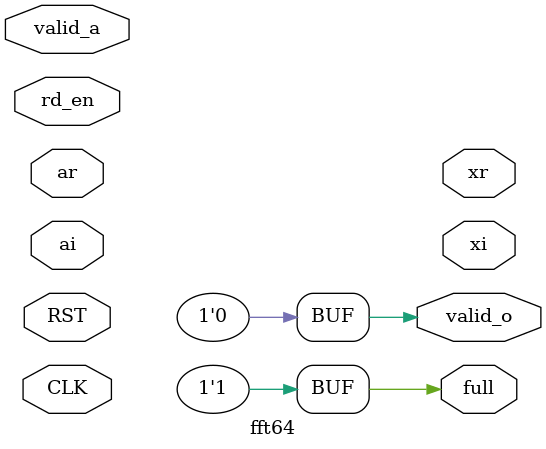
<source format=v>

module fft64
  #(parameter width = 11)
   (
    input              CLK,
    input              RST,

    input              valid_a,
    input [width-1:0]  ar,
    input [width-1:0]  ai,

    output             valid_o,
    input              rd_en,
    output             full,
    output [width-1:0] xr,
    output [width-1:0] xi
    );

	assign valid_o = 0;
	assign full = 1;
endmodule

</source>
